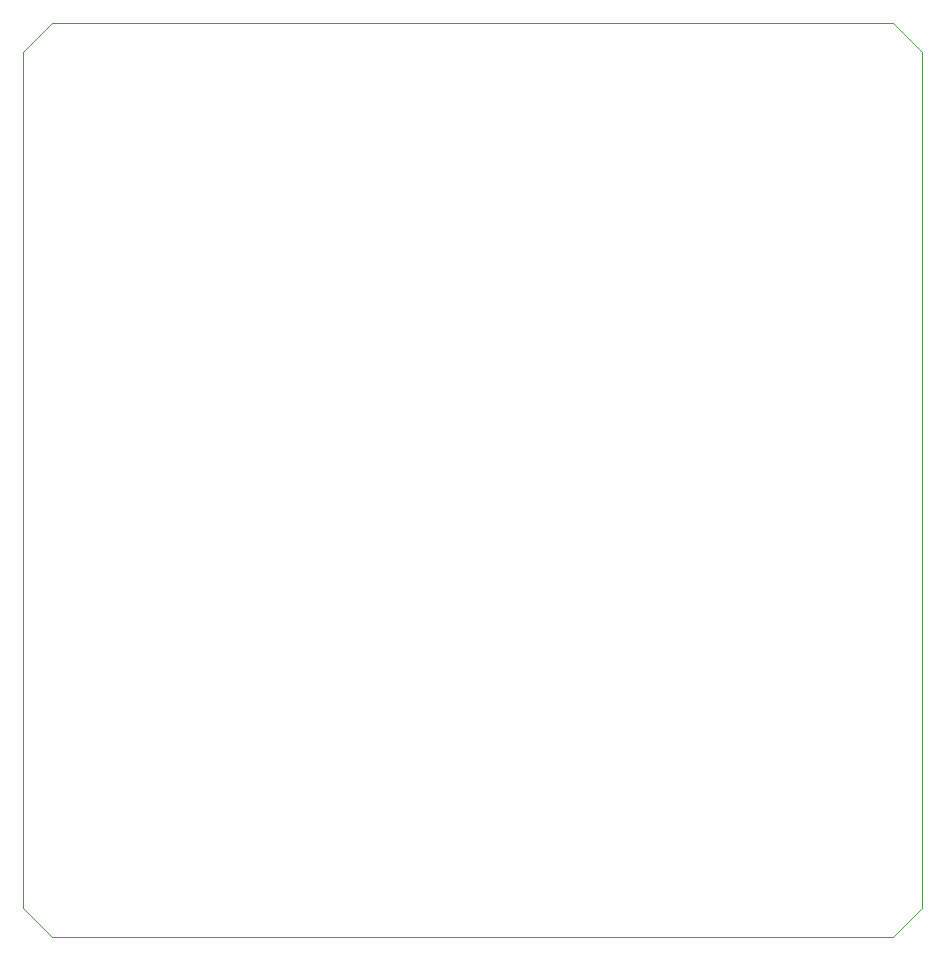
<source format=gbr>
%TF.GenerationSoftware,KiCad,Pcbnew,6.0.2+dfsg-1*%
%TF.CreationDate,2022-09-07T02:14:39-05:00*%
%TF.ProjectId,veritas,76657269-7461-4732-9e6b-696361645f70,rev?*%
%TF.SameCoordinates,Original*%
%TF.FileFunction,Profile,NP*%
%FSLAX46Y46*%
G04 Gerber Fmt 4.6, Leading zero omitted, Abs format (unit mm)*
G04 Created by KiCad (PCBNEW 6.0.2+dfsg-1) date 2022-09-07 02:14:39*
%MOMM*%
%LPD*%
G01*
G04 APERTURE LIST*
%TA.AperFunction,Profile*%
%ADD10C,0.100000*%
%TD*%
G04 APERTURE END LIST*
D10*
X-1143000Y73914000D02*
X-3556000Y71501000D01*
X70104000Y73914000D02*
X-1143000Y73914000D01*
X70104000Y-3429000D02*
X72517000Y-1016000D01*
X-3556000Y-1016000D02*
X-3556000Y71501000D01*
X-1143000Y-3429000D02*
X70104000Y-3429000D01*
X72517000Y-1016000D02*
X72517000Y71501000D01*
X-1143000Y-3429000D02*
X-3556000Y-1016000D01*
X70104000Y73914000D02*
X72517000Y71501000D01*
M02*

</source>
